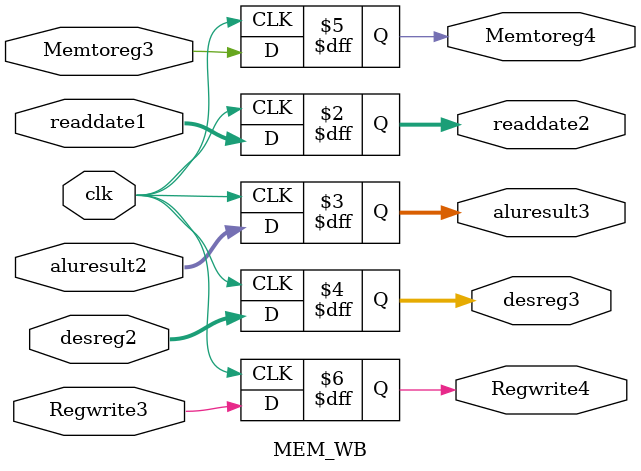
<source format=v>
module MEM_WB (input [31:0] readdate1, aluresult2,
               input [4:0]   desreg2,
               input clk,
               input         Memtoreg3, Regwrite3,
               output reg [31:0] readdate2, aluresult3,
               output reg  [4:0]  desreg3,
               output   reg      Memtoreg4, Regwrite4
               );
    always @ (posedge clk)
      begin
          readdate2 <= readdate1;
          aluresult3 <= aluresult2;
          desreg3 <= desreg2;
          Memtoreg4 <= Memtoreg3;
          Regwrite4 <= Regwrite3;
      end
endmodule // MEM_WB

</source>
